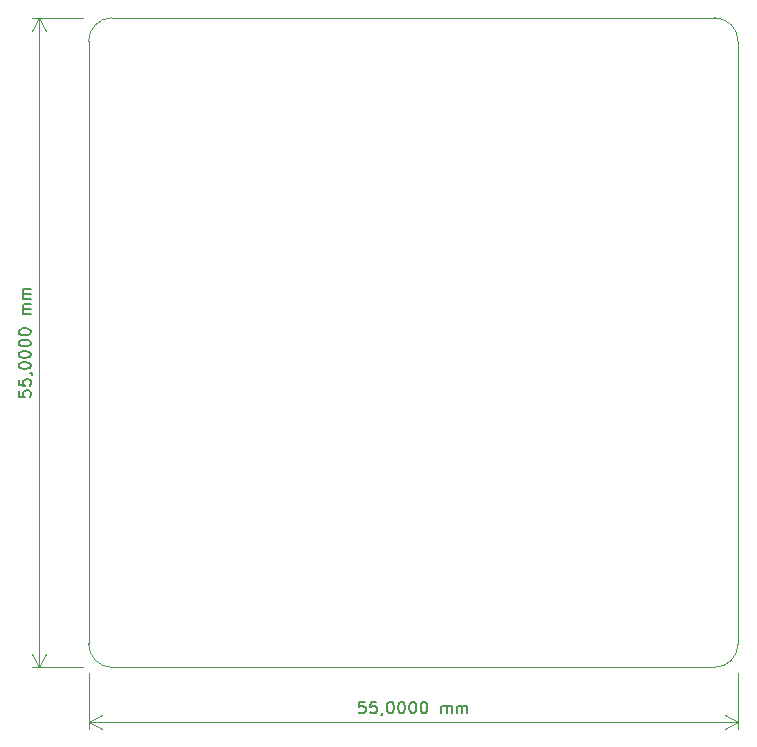
<source format=gbr>
%TF.GenerationSoftware,KiCad,Pcbnew,7.0.9*%
%TF.CreationDate,2024-04-10T17:12:20-05:00*%
%TF.ProjectId,Aniversario-PCBWAY,416e6976-6572-4736-9172-696f2d504342,rev?*%
%TF.SameCoordinates,Original*%
%TF.FileFunction,Profile,NP*%
%FSLAX46Y46*%
G04 Gerber Fmt 4.6, Leading zero omitted, Abs format (unit mm)*
G04 Created by KiCad (PCBNEW 7.0.9) date 2024-04-10 17:12:20*
%MOMM*%
%LPD*%
G01*
G04 APERTURE LIST*
%TA.AperFunction,Profile*%
%ADD10C,0.100000*%
%TD*%
%ADD11C,0.150000*%
G04 APERTURE END LIST*
D10*
X90000000Y-48000000D02*
G75*
G03*
X88000000Y-46000000I-2000000J0D01*
G01*
X88000000Y-46000000D02*
X37000000Y-46000000D01*
X37000000Y-46000000D02*
G75*
G03*
X35000000Y-48000000I0J-2000000D01*
G01*
X37000000Y-101000000D02*
X88000000Y-101000000D01*
X35000000Y-48000000D02*
X35000000Y-99000000D01*
X35000000Y-99000000D02*
G75*
G03*
X37000000Y-101000000I2000000J0D01*
G01*
X90000000Y-99000000D02*
X90000000Y-48000000D01*
X88000000Y-101000000D02*
G75*
G03*
X90000000Y-99000000I0J2000000D01*
G01*
D11*
X58404762Y-103904819D02*
X57928572Y-103904819D01*
X57928572Y-103904819D02*
X57880953Y-104381009D01*
X57880953Y-104381009D02*
X57928572Y-104333390D01*
X57928572Y-104333390D02*
X58023810Y-104285771D01*
X58023810Y-104285771D02*
X58261905Y-104285771D01*
X58261905Y-104285771D02*
X58357143Y-104333390D01*
X58357143Y-104333390D02*
X58404762Y-104381009D01*
X58404762Y-104381009D02*
X58452381Y-104476247D01*
X58452381Y-104476247D02*
X58452381Y-104714342D01*
X58452381Y-104714342D02*
X58404762Y-104809580D01*
X58404762Y-104809580D02*
X58357143Y-104857200D01*
X58357143Y-104857200D02*
X58261905Y-104904819D01*
X58261905Y-104904819D02*
X58023810Y-104904819D01*
X58023810Y-104904819D02*
X57928572Y-104857200D01*
X57928572Y-104857200D02*
X57880953Y-104809580D01*
X59357143Y-103904819D02*
X58880953Y-103904819D01*
X58880953Y-103904819D02*
X58833334Y-104381009D01*
X58833334Y-104381009D02*
X58880953Y-104333390D01*
X58880953Y-104333390D02*
X58976191Y-104285771D01*
X58976191Y-104285771D02*
X59214286Y-104285771D01*
X59214286Y-104285771D02*
X59309524Y-104333390D01*
X59309524Y-104333390D02*
X59357143Y-104381009D01*
X59357143Y-104381009D02*
X59404762Y-104476247D01*
X59404762Y-104476247D02*
X59404762Y-104714342D01*
X59404762Y-104714342D02*
X59357143Y-104809580D01*
X59357143Y-104809580D02*
X59309524Y-104857200D01*
X59309524Y-104857200D02*
X59214286Y-104904819D01*
X59214286Y-104904819D02*
X58976191Y-104904819D01*
X58976191Y-104904819D02*
X58880953Y-104857200D01*
X58880953Y-104857200D02*
X58833334Y-104809580D01*
X59880953Y-104857200D02*
X59880953Y-104904819D01*
X59880953Y-104904819D02*
X59833334Y-105000057D01*
X59833334Y-105000057D02*
X59785715Y-105047676D01*
X60500000Y-103904819D02*
X60595238Y-103904819D01*
X60595238Y-103904819D02*
X60690476Y-103952438D01*
X60690476Y-103952438D02*
X60738095Y-104000057D01*
X60738095Y-104000057D02*
X60785714Y-104095295D01*
X60785714Y-104095295D02*
X60833333Y-104285771D01*
X60833333Y-104285771D02*
X60833333Y-104523866D01*
X60833333Y-104523866D02*
X60785714Y-104714342D01*
X60785714Y-104714342D02*
X60738095Y-104809580D01*
X60738095Y-104809580D02*
X60690476Y-104857200D01*
X60690476Y-104857200D02*
X60595238Y-104904819D01*
X60595238Y-104904819D02*
X60500000Y-104904819D01*
X60500000Y-104904819D02*
X60404762Y-104857200D01*
X60404762Y-104857200D02*
X60357143Y-104809580D01*
X60357143Y-104809580D02*
X60309524Y-104714342D01*
X60309524Y-104714342D02*
X60261905Y-104523866D01*
X60261905Y-104523866D02*
X60261905Y-104285771D01*
X60261905Y-104285771D02*
X60309524Y-104095295D01*
X60309524Y-104095295D02*
X60357143Y-104000057D01*
X60357143Y-104000057D02*
X60404762Y-103952438D01*
X60404762Y-103952438D02*
X60500000Y-103904819D01*
X61452381Y-103904819D02*
X61547619Y-103904819D01*
X61547619Y-103904819D02*
X61642857Y-103952438D01*
X61642857Y-103952438D02*
X61690476Y-104000057D01*
X61690476Y-104000057D02*
X61738095Y-104095295D01*
X61738095Y-104095295D02*
X61785714Y-104285771D01*
X61785714Y-104285771D02*
X61785714Y-104523866D01*
X61785714Y-104523866D02*
X61738095Y-104714342D01*
X61738095Y-104714342D02*
X61690476Y-104809580D01*
X61690476Y-104809580D02*
X61642857Y-104857200D01*
X61642857Y-104857200D02*
X61547619Y-104904819D01*
X61547619Y-104904819D02*
X61452381Y-104904819D01*
X61452381Y-104904819D02*
X61357143Y-104857200D01*
X61357143Y-104857200D02*
X61309524Y-104809580D01*
X61309524Y-104809580D02*
X61261905Y-104714342D01*
X61261905Y-104714342D02*
X61214286Y-104523866D01*
X61214286Y-104523866D02*
X61214286Y-104285771D01*
X61214286Y-104285771D02*
X61261905Y-104095295D01*
X61261905Y-104095295D02*
X61309524Y-104000057D01*
X61309524Y-104000057D02*
X61357143Y-103952438D01*
X61357143Y-103952438D02*
X61452381Y-103904819D01*
X62404762Y-103904819D02*
X62500000Y-103904819D01*
X62500000Y-103904819D02*
X62595238Y-103952438D01*
X62595238Y-103952438D02*
X62642857Y-104000057D01*
X62642857Y-104000057D02*
X62690476Y-104095295D01*
X62690476Y-104095295D02*
X62738095Y-104285771D01*
X62738095Y-104285771D02*
X62738095Y-104523866D01*
X62738095Y-104523866D02*
X62690476Y-104714342D01*
X62690476Y-104714342D02*
X62642857Y-104809580D01*
X62642857Y-104809580D02*
X62595238Y-104857200D01*
X62595238Y-104857200D02*
X62500000Y-104904819D01*
X62500000Y-104904819D02*
X62404762Y-104904819D01*
X62404762Y-104904819D02*
X62309524Y-104857200D01*
X62309524Y-104857200D02*
X62261905Y-104809580D01*
X62261905Y-104809580D02*
X62214286Y-104714342D01*
X62214286Y-104714342D02*
X62166667Y-104523866D01*
X62166667Y-104523866D02*
X62166667Y-104285771D01*
X62166667Y-104285771D02*
X62214286Y-104095295D01*
X62214286Y-104095295D02*
X62261905Y-104000057D01*
X62261905Y-104000057D02*
X62309524Y-103952438D01*
X62309524Y-103952438D02*
X62404762Y-103904819D01*
X63357143Y-103904819D02*
X63452381Y-103904819D01*
X63452381Y-103904819D02*
X63547619Y-103952438D01*
X63547619Y-103952438D02*
X63595238Y-104000057D01*
X63595238Y-104000057D02*
X63642857Y-104095295D01*
X63642857Y-104095295D02*
X63690476Y-104285771D01*
X63690476Y-104285771D02*
X63690476Y-104523866D01*
X63690476Y-104523866D02*
X63642857Y-104714342D01*
X63642857Y-104714342D02*
X63595238Y-104809580D01*
X63595238Y-104809580D02*
X63547619Y-104857200D01*
X63547619Y-104857200D02*
X63452381Y-104904819D01*
X63452381Y-104904819D02*
X63357143Y-104904819D01*
X63357143Y-104904819D02*
X63261905Y-104857200D01*
X63261905Y-104857200D02*
X63214286Y-104809580D01*
X63214286Y-104809580D02*
X63166667Y-104714342D01*
X63166667Y-104714342D02*
X63119048Y-104523866D01*
X63119048Y-104523866D02*
X63119048Y-104285771D01*
X63119048Y-104285771D02*
X63166667Y-104095295D01*
X63166667Y-104095295D02*
X63214286Y-104000057D01*
X63214286Y-104000057D02*
X63261905Y-103952438D01*
X63261905Y-103952438D02*
X63357143Y-103904819D01*
X64880953Y-104904819D02*
X64880953Y-104238152D01*
X64880953Y-104333390D02*
X64928572Y-104285771D01*
X64928572Y-104285771D02*
X65023810Y-104238152D01*
X65023810Y-104238152D02*
X65166667Y-104238152D01*
X65166667Y-104238152D02*
X65261905Y-104285771D01*
X65261905Y-104285771D02*
X65309524Y-104381009D01*
X65309524Y-104381009D02*
X65309524Y-104904819D01*
X65309524Y-104381009D02*
X65357143Y-104285771D01*
X65357143Y-104285771D02*
X65452381Y-104238152D01*
X65452381Y-104238152D02*
X65595238Y-104238152D01*
X65595238Y-104238152D02*
X65690477Y-104285771D01*
X65690477Y-104285771D02*
X65738096Y-104381009D01*
X65738096Y-104381009D02*
X65738096Y-104904819D01*
X66214286Y-104904819D02*
X66214286Y-104238152D01*
X66214286Y-104333390D02*
X66261905Y-104285771D01*
X66261905Y-104285771D02*
X66357143Y-104238152D01*
X66357143Y-104238152D02*
X66500000Y-104238152D01*
X66500000Y-104238152D02*
X66595238Y-104285771D01*
X66595238Y-104285771D02*
X66642857Y-104381009D01*
X66642857Y-104381009D02*
X66642857Y-104904819D01*
X66642857Y-104381009D02*
X66690476Y-104285771D01*
X66690476Y-104285771D02*
X66785714Y-104238152D01*
X66785714Y-104238152D02*
X66928571Y-104238152D01*
X66928571Y-104238152D02*
X67023810Y-104285771D01*
X67023810Y-104285771D02*
X67071429Y-104381009D01*
X67071429Y-104381009D02*
X67071429Y-104904819D01*
D10*
X90000000Y-101500000D02*
X90000000Y-106186420D01*
X35000000Y-101500000D02*
X35000000Y-106186420D01*
X90000000Y-105600000D02*
X35000000Y-105600000D01*
X90000000Y-105600000D02*
X35000000Y-105600000D01*
X90000000Y-105600000D02*
X88873496Y-106186421D01*
X90000000Y-105600000D02*
X88873496Y-105013579D01*
X35000000Y-105600000D02*
X36126504Y-105013579D01*
X35000000Y-105600000D02*
X36126504Y-106186421D01*
D11*
X29104820Y-77595237D02*
X29104820Y-78071427D01*
X29104820Y-78071427D02*
X29581010Y-78119046D01*
X29581010Y-78119046D02*
X29533391Y-78071427D01*
X29533391Y-78071427D02*
X29485772Y-77976189D01*
X29485772Y-77976189D02*
X29485772Y-77738094D01*
X29485772Y-77738094D02*
X29533391Y-77642856D01*
X29533391Y-77642856D02*
X29581010Y-77595237D01*
X29581010Y-77595237D02*
X29676248Y-77547618D01*
X29676248Y-77547618D02*
X29914343Y-77547618D01*
X29914343Y-77547618D02*
X30009581Y-77595237D01*
X30009581Y-77595237D02*
X30057201Y-77642856D01*
X30057201Y-77642856D02*
X30104820Y-77738094D01*
X30104820Y-77738094D02*
X30104820Y-77976189D01*
X30104820Y-77976189D02*
X30057201Y-78071427D01*
X30057201Y-78071427D02*
X30009581Y-78119046D01*
X29104820Y-76642856D02*
X29104820Y-77119046D01*
X29104820Y-77119046D02*
X29581010Y-77166665D01*
X29581010Y-77166665D02*
X29533391Y-77119046D01*
X29533391Y-77119046D02*
X29485772Y-77023808D01*
X29485772Y-77023808D02*
X29485772Y-76785713D01*
X29485772Y-76785713D02*
X29533391Y-76690475D01*
X29533391Y-76690475D02*
X29581010Y-76642856D01*
X29581010Y-76642856D02*
X29676248Y-76595237D01*
X29676248Y-76595237D02*
X29914343Y-76595237D01*
X29914343Y-76595237D02*
X30009581Y-76642856D01*
X30009581Y-76642856D02*
X30057201Y-76690475D01*
X30057201Y-76690475D02*
X30104820Y-76785713D01*
X30104820Y-76785713D02*
X30104820Y-77023808D01*
X30104820Y-77023808D02*
X30057201Y-77119046D01*
X30057201Y-77119046D02*
X30009581Y-77166665D01*
X30057201Y-76119046D02*
X30104820Y-76119046D01*
X30104820Y-76119046D02*
X30200058Y-76166665D01*
X30200058Y-76166665D02*
X30247677Y-76214284D01*
X29104820Y-75499999D02*
X29104820Y-75404761D01*
X29104820Y-75404761D02*
X29152439Y-75309523D01*
X29152439Y-75309523D02*
X29200058Y-75261904D01*
X29200058Y-75261904D02*
X29295296Y-75214285D01*
X29295296Y-75214285D02*
X29485772Y-75166666D01*
X29485772Y-75166666D02*
X29723867Y-75166666D01*
X29723867Y-75166666D02*
X29914343Y-75214285D01*
X29914343Y-75214285D02*
X30009581Y-75261904D01*
X30009581Y-75261904D02*
X30057201Y-75309523D01*
X30057201Y-75309523D02*
X30104820Y-75404761D01*
X30104820Y-75404761D02*
X30104820Y-75499999D01*
X30104820Y-75499999D02*
X30057201Y-75595237D01*
X30057201Y-75595237D02*
X30009581Y-75642856D01*
X30009581Y-75642856D02*
X29914343Y-75690475D01*
X29914343Y-75690475D02*
X29723867Y-75738094D01*
X29723867Y-75738094D02*
X29485772Y-75738094D01*
X29485772Y-75738094D02*
X29295296Y-75690475D01*
X29295296Y-75690475D02*
X29200058Y-75642856D01*
X29200058Y-75642856D02*
X29152439Y-75595237D01*
X29152439Y-75595237D02*
X29104820Y-75499999D01*
X29104820Y-74547618D02*
X29104820Y-74452380D01*
X29104820Y-74452380D02*
X29152439Y-74357142D01*
X29152439Y-74357142D02*
X29200058Y-74309523D01*
X29200058Y-74309523D02*
X29295296Y-74261904D01*
X29295296Y-74261904D02*
X29485772Y-74214285D01*
X29485772Y-74214285D02*
X29723867Y-74214285D01*
X29723867Y-74214285D02*
X29914343Y-74261904D01*
X29914343Y-74261904D02*
X30009581Y-74309523D01*
X30009581Y-74309523D02*
X30057201Y-74357142D01*
X30057201Y-74357142D02*
X30104820Y-74452380D01*
X30104820Y-74452380D02*
X30104820Y-74547618D01*
X30104820Y-74547618D02*
X30057201Y-74642856D01*
X30057201Y-74642856D02*
X30009581Y-74690475D01*
X30009581Y-74690475D02*
X29914343Y-74738094D01*
X29914343Y-74738094D02*
X29723867Y-74785713D01*
X29723867Y-74785713D02*
X29485772Y-74785713D01*
X29485772Y-74785713D02*
X29295296Y-74738094D01*
X29295296Y-74738094D02*
X29200058Y-74690475D01*
X29200058Y-74690475D02*
X29152439Y-74642856D01*
X29152439Y-74642856D02*
X29104820Y-74547618D01*
X29104820Y-73595237D02*
X29104820Y-73499999D01*
X29104820Y-73499999D02*
X29152439Y-73404761D01*
X29152439Y-73404761D02*
X29200058Y-73357142D01*
X29200058Y-73357142D02*
X29295296Y-73309523D01*
X29295296Y-73309523D02*
X29485772Y-73261904D01*
X29485772Y-73261904D02*
X29723867Y-73261904D01*
X29723867Y-73261904D02*
X29914343Y-73309523D01*
X29914343Y-73309523D02*
X30009581Y-73357142D01*
X30009581Y-73357142D02*
X30057201Y-73404761D01*
X30057201Y-73404761D02*
X30104820Y-73499999D01*
X30104820Y-73499999D02*
X30104820Y-73595237D01*
X30104820Y-73595237D02*
X30057201Y-73690475D01*
X30057201Y-73690475D02*
X30009581Y-73738094D01*
X30009581Y-73738094D02*
X29914343Y-73785713D01*
X29914343Y-73785713D02*
X29723867Y-73833332D01*
X29723867Y-73833332D02*
X29485772Y-73833332D01*
X29485772Y-73833332D02*
X29295296Y-73785713D01*
X29295296Y-73785713D02*
X29200058Y-73738094D01*
X29200058Y-73738094D02*
X29152439Y-73690475D01*
X29152439Y-73690475D02*
X29104820Y-73595237D01*
X29104820Y-72642856D02*
X29104820Y-72547618D01*
X29104820Y-72547618D02*
X29152439Y-72452380D01*
X29152439Y-72452380D02*
X29200058Y-72404761D01*
X29200058Y-72404761D02*
X29295296Y-72357142D01*
X29295296Y-72357142D02*
X29485772Y-72309523D01*
X29485772Y-72309523D02*
X29723867Y-72309523D01*
X29723867Y-72309523D02*
X29914343Y-72357142D01*
X29914343Y-72357142D02*
X30009581Y-72404761D01*
X30009581Y-72404761D02*
X30057201Y-72452380D01*
X30057201Y-72452380D02*
X30104820Y-72547618D01*
X30104820Y-72547618D02*
X30104820Y-72642856D01*
X30104820Y-72642856D02*
X30057201Y-72738094D01*
X30057201Y-72738094D02*
X30009581Y-72785713D01*
X30009581Y-72785713D02*
X29914343Y-72833332D01*
X29914343Y-72833332D02*
X29723867Y-72880951D01*
X29723867Y-72880951D02*
X29485772Y-72880951D01*
X29485772Y-72880951D02*
X29295296Y-72833332D01*
X29295296Y-72833332D02*
X29200058Y-72785713D01*
X29200058Y-72785713D02*
X29152439Y-72738094D01*
X29152439Y-72738094D02*
X29104820Y-72642856D01*
X30104820Y-71119046D02*
X29438153Y-71119046D01*
X29533391Y-71119046D02*
X29485772Y-71071427D01*
X29485772Y-71071427D02*
X29438153Y-70976189D01*
X29438153Y-70976189D02*
X29438153Y-70833332D01*
X29438153Y-70833332D02*
X29485772Y-70738094D01*
X29485772Y-70738094D02*
X29581010Y-70690475D01*
X29581010Y-70690475D02*
X30104820Y-70690475D01*
X29581010Y-70690475D02*
X29485772Y-70642856D01*
X29485772Y-70642856D02*
X29438153Y-70547618D01*
X29438153Y-70547618D02*
X29438153Y-70404761D01*
X29438153Y-70404761D02*
X29485772Y-70309522D01*
X29485772Y-70309522D02*
X29581010Y-70261903D01*
X29581010Y-70261903D02*
X30104820Y-70261903D01*
X30104820Y-69785713D02*
X29438153Y-69785713D01*
X29533391Y-69785713D02*
X29485772Y-69738094D01*
X29485772Y-69738094D02*
X29438153Y-69642856D01*
X29438153Y-69642856D02*
X29438153Y-69499999D01*
X29438153Y-69499999D02*
X29485772Y-69404761D01*
X29485772Y-69404761D02*
X29581010Y-69357142D01*
X29581010Y-69357142D02*
X30104820Y-69357142D01*
X29581010Y-69357142D02*
X29485772Y-69309523D01*
X29485772Y-69309523D02*
X29438153Y-69214285D01*
X29438153Y-69214285D02*
X29438153Y-69071428D01*
X29438153Y-69071428D02*
X29485772Y-68976189D01*
X29485772Y-68976189D02*
X29581010Y-68928570D01*
X29581010Y-68928570D02*
X30104820Y-68928570D01*
D10*
X34500000Y-46000000D02*
X30213581Y-46000000D01*
X34500000Y-101000000D02*
X30213581Y-101000000D01*
X30800001Y-46000000D02*
X30800001Y-101000000D01*
X30800001Y-46000000D02*
X30800001Y-101000000D01*
X30800001Y-46000000D02*
X31386422Y-47126504D01*
X30800001Y-46000000D02*
X30213580Y-47126504D01*
X30800001Y-101000000D02*
X30213580Y-99873496D01*
X30800001Y-101000000D02*
X31386422Y-99873496D01*
M02*

</source>
